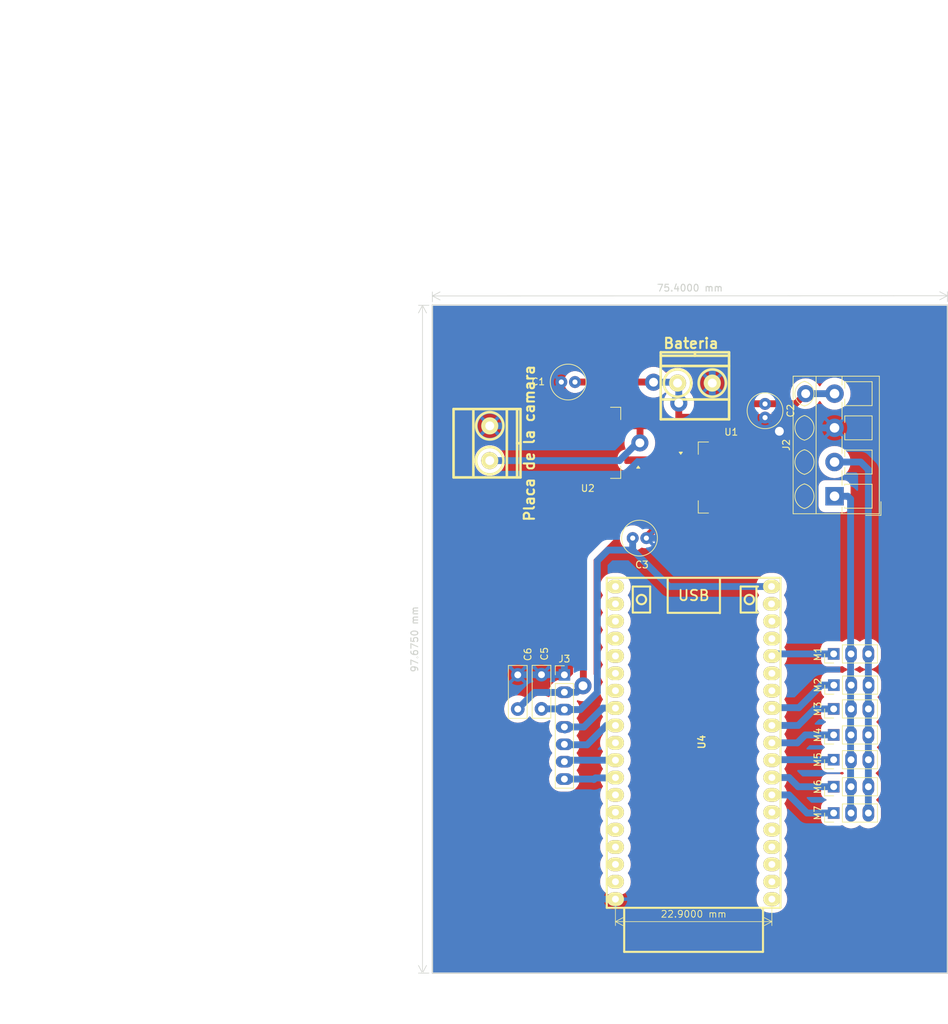
<source format=kicad_pcb>
(kicad_pcb (version 20240108) (generator "pcbnew") (generator_version "8.0")
  (layers (0 "F.Cu" signal) (31 "B.Cu" signal) (34 "B.Paste" user) (35 "F.Paste" user) (36 "B.SilkS" user "B.Silkscreen") (37 "F.SilkS" user "F.Silkscreen") (38 "B.Mask" user) (39 "F.Mask" user) (44 "Edge.Cuts" user))
  (net 0 "")
  (net 1 "+BATT")
  (net 2 "GND")
  (net 3 "+5V")
  (net 4 "+5V(2)")
  (net 5 "GND2")
  (net 6 "+5V(3)")
  (net 7 "/servo1")
  (net 8 "/servo2")
  (net 9 "/servo3")
  (net 10 "/servo4")
  (net 11 "/servo5")
  (net 12 "/servo6")
  (net 13 "/servo7")
  (net 24 "/In4")
  (net 26 "/In2")
  (net 32 "/In3")
  (net 36 "/In1")
  (footprint "footprint:BORNERA2" (layer "F.Cu") (at 125.635 67.45 180)
    (property "Reference" "J1" (hide yes))
    (property "Value" "Bateria " (at 0 5.8 180) (layer "F.SilkS") (effects (font (size 1.5 1.5) (thickness 0.3))))
    (fp_line (start 5 4.5) (end 5 -5.3) (stroke (width 0.381)) (layer "F.SilkS"))
    (fp_line (start 5 -5.3) (end -5 -5.3) (stroke (width 0.381)) (layer "F.SilkS"))
    (fp_line (start 0 4) (end 0 4.5) (stroke (width 0.381)) (layer "F.SilkS"))
    (fp_line (start -5 4.5) (end 5 4.5) (stroke (width 0.381)) (layer "F.SilkS"))
    (fp_line (start -5 4) (end 5 4) (stroke (width 0.381)) (layer "F.SilkS"))
    (fp_line (start -5 2.5) (end 5 2.5) (stroke (width 0.381)) (layer "F.SilkS"))
    (fp_line (start -5 -2.4) (end 5 -2.4) (stroke (width 0.381)) (layer "F.SilkS"))
    (fp_line (start -5 -5.3) (end -5 4.5) (stroke (width 0.381)) (layer "F.SilkS"))
    (fp_circle (center 2.55 0) (end 0.55 0) (stroke (width 0.381)) (fill none) (layer "F.SilkS"))
    (fp_circle (center -2.55 0) (end -0.55 0) (stroke (width 0.381)) (fill none) (layer "F.SilkS"))
    (pad "1" thru_hole circle (at -2.54 0 180) (size 2.5 2.5) (drill 1.3) (layers "*.Cu" "*.Mask" "F.SilkS") (net 2 "GND"))
    (pad "2" thru_hole circle (at 2.54 0 180) (size 2.5 2.5) (drill 1.3) (layers "*.Cu" "*.Mask" "F.SilkS") (net 1 "+BATT"))
  )
  (footprint "Connector_PinHeader_2.54mm:PinHeader_1x03_P2.54mm_Vertical" (layer "F.Cu") (at 145.95 115.11 90)
    (property "Reference" "M3" (at 0 -2.33 90) (layer "F.SilkS"))
    (property "Value" "SG90")
    (fp_line (start -1.33 -1.33) (end 0 -1.33) (stroke (width 0.12)) (layer "F.SilkS"))
    (fp_line (start -1.33 0) (end -1.33 -1.33) (stroke (width 0.12)) (layer "F.SilkS"))
    (fp_line (start 1.33 1.27) (end 1.33 6.41) (stroke (width 0.12)) (layer "F.SilkS"))
    (fp_line (start -1.33 1.27) (end 1.33 1.27) (stroke (width 0.12)) (layer "F.SilkS"))
    (fp_line (start -1.33 1.27) (end -1.33 6.41) (stroke (width 0.12)) (layer "F.SilkS"))
    (fp_line (start -1.33 6.41) (end 1.33 6.41) (stroke (width 0.12)) (layer "F.SilkS"))
    (pad "1" thru_hole rect (at 0 0 90) (size 1.7 1.7) (drill 1) (layers "*.Cu" "*.Mask") (net 9 "/servo3"))
    (pad "2" thru_hole oval (at 0 2.54 90) (size 2.5 1.7) (drill 1) (layers "*.Cu" "*.Mask") (net 6 "+5V(3)"))
    (pad "3" thru_hole oval (at 0 5.08 90) (size 2.5 1.7) (drill 1) (layers "*.Cu" "*.Mask") (net 5 "GND2"))
  )
  (footprint "Package_TO_SOT_SMD:TO-263-2" (layer "F.Cu") (at 130.95 81.265)
    (property "Reference" "U1" (at 0 -6.65 0) (layer "F.SilkS"))
    (property "Value" "LM7805_TO220")
    (fp_line (start -4.825 -5.2) (end -4.825 -3.39) (stroke (width 0.12)) (layer "F.SilkS"))
    (fp_line (start -4.825 5.2) (end -4.825 3.39) (stroke (width 0.12)) (layer "F.SilkS"))
    (fp_line (start -3.325 -5.2) (end -4.825 -5.2) (stroke (width 0.12)) (layer "F.SilkS"))
    (fp_line (start -3.325 5.2) (end -4.825 5.2) (stroke (width 0.12)) (layer "F.SilkS"))
    (fp_poly (pts (xy -7.3875 -3.39) (xy -7.6275 -3.72) (xy -7.1475 -3.72) (xy -7.3875 -3.39)) (stroke (width 0.12)) (fill solid) (layer "F.SilkS"))
    (pad "1" smd roundrect (at -7.65 -2.54) (size 4.6 1.1) (layers "F.Cu" "F.Paste" "F.Mask") (roundrect_rratio 0.227273) (net 1 "+BATT"))
    (pad "2" smd roundrect (at -0.925 -2.775) (size 4.55 5.25) (layers "F.Cu" "F.Paste") (roundrect_rratio 0.054945) (net 2 "GND"))
    (pad "2" smd roundrect (at -0.925 2.775) (size 4.55 5.25) (layers "F.Cu" "F.Paste") (roundrect_rratio 0.054945) (net 2 "GND"))
    (pad "2" smd roundrect (at 1.5 0) (size 9.4 10.8) (layers "F.Cu" "F.Mask") (roundrect_rratio 0.026596) (net 2 "GND"))
    (pad "2" smd roundrect (at 3.925 -2.775) (size 4.55 5.25) (layers "F.Cu" "F.Paste") (roundrect_rratio 0.054945) (net 2 "GND"))
    (pad "2" smd roundrect (at 3.925 2.775) (size 4.55 5.25) (layers "F.Cu" "F.Paste") (roundrect_rratio 0.054945) (net 2 "GND"))
    (pad "3" smd roundrect (at -7.65 2.54) (size 4.6 1.1) (layers "F.Cu" "F.Paste" "F.Mask") (roundrect_rratio 0.227273) (net 3 "+5V"))
  )
  (footprint "EESTN5:ESP32_DEVKITC" (layer "F.Cu") (at 126.7 120.065 90)
    (property "Reference" "U4" (at 0.127 -0.0635 90) (layer "F.SilkS") (effects (font (size 1.016 1.016) (thickness 0.2032))))
    (property "Value" "ESP32-DEVKITC" (hide yes))
    (fp_line (start -24.13 -13.97) (end 24.13 -13.97) (stroke (width 0.3048)) (layer "F.SilkS"))
    (fp_line (start -24.13 -13.97) (end -24.13 11.47) (stroke (width 0.3048)) (layer "F.SilkS"))
    (fp_line (start -30.575 -11.42) (end -24.225 -11.42) (stroke (width 0.3048)) (layer "F.SilkS"))
    (fp_line (start -30.575 -11.42) (end -30.575 8.9) (stroke (width 0.3048)) (layer "F.SilkS"))
    (fp_line (start 22.86 -10.16) (end 19.05 -10.16) (stroke (width 0.3048)) (layer "F.SilkS"))
    (fp_line (start 19.05 -10.16) (end 19.05 -7.62) (stroke (width 0.3048)) (layer "F.SilkS"))
    (fp_line (start 22.86 -7.62) (end 22.86 -10.16) (stroke (width 0.3048)) (layer "F.SilkS"))
    (fp_line (start 19.05 -7.62) (end 22.86 -7.62) (stroke (width 0.3048)) (layer "F.SilkS"))
    (fp_line (start 24.09 -5.05) (end 19.01 -5.05) (stroke (width 0.3048)) (layer "F.SilkS"))
    (fp_line (start 19.01 -5.05) (end 19.01 2.57) (stroke (width 0.3048)) (layer "F.SilkS"))
    (fp_line (start 18.96 2.6) (end 24.04 2.6) (stroke (width 0.3048)) (layer "F.SilkS"))
    (fp_line (start 22.86 5.63) (end 22.86 8.17) (stroke (width 0.3048)) (layer "F.SilkS"))
    (fp_line (start 19.05 5.63) (end 22.86 5.63) (stroke (width 0.3048)) (layer "F.SilkS"))
    (fp_line (start 22.86 7.94) (end 19.05 7.94) (stroke (width 0.3048)) (layer "F.SilkS"))
    (fp_line (start 19.05 8.17) (end 19.05 5.63) (stroke (width 0.3048)) (layer "F.SilkS"))
    (fp_line (start -30.575 8.9) (end -24.225 8.9) (stroke (width 0.3048)) (layer "F.SilkS"))
    (fp_line (start 24.13 11.47) (end 24.13 -13.97) (stroke (width 0.3048)) (layer "F.SilkS"))
    (fp_line (start 24.13 11.47) (end -24.13 11.47) (stroke (width 0.3048)) (layer "F.SilkS"))
    (fp_circle (center 20.955 -8.89) (end 21.5265 -8.509) (stroke (width 0.3048)) (fill none) (layer "F.SilkS"))
    (fp_circle (center 20.955 6.9) (end 21.5265 7.281) (stroke (width 0.3048)) (fill none) (layer "F.SilkS"))
    (fp_text user "USB" (at 21.55 -1.24 180) (layer "F.SilkS") (effects (font (size 1.524 1.524) (thickness 0.254))))
    (dimension (type aligned) (layer "F.SilkS") (pts (xy 114 142.925) (xy 136.9 142.925)) (height 3.29) (gr_text "22,9000 mm" (at 125.45 145.115 0) (layer "F.SilkS") (effects (font (size 1 1) (thickness 0.1)))) (format (prefix "") (suffix "") (units 3) (units_format 1) (precision 4)) (style (thickness 0.1) (arrow_length 1.27) (text_position_mode 0) (extension_height 0.58642) (extension_offset 0.5) keep_text_aligned))
    (pad "1" thru_hole oval (at -22.86 10.2 270) (size 2 2.5) (drill 1) (layers "*.Cu" "*.Mask" "F.SilkS"))
    (pad "2" thru_hole oval (at -20.32 10.2 270) (size 2 2.5) (drill 1) (layers "*.Cu" "*.Mask" "F.SilkS"))
    (pad "3" thru_hole oval (at -17.78 10.2 270) (size 2 2.5) (drill 1) (layers "*.Cu" "*.Mask" "F.SilkS"))
    (pad "4" thru_hole oval (at -15.24 10.2 270) (size 2 2.5) (drill 1) (layers "*.Cu" "*.Mask" "F.SilkS"))
    (pad "5" thru_hole oval (at -12.7 10.2 270) (size 2 2.5) (drill 1) (layers "*.Cu" "*.Mask" "F.SilkS"))
    (pad "6" thru_hole oval (at -10.16 10.2 270) (size 2 2.5) (drill 1) (layers "*.Cu" "*.Mask" "F.SilkS"))
    (pad "7" thru_hole oval (at -7.62 10.2 270) (size 2 2.5) (drill 1) (layers "*.Cu" "*.Mask" "F.SilkS") (net 13 "/servo7"))
    (pad "8" thru_hole oval (at -5.08 10.2 270) (size 2 2.5) (drill 1) (layers "*.Cu" "*.Mask" "F.SilkS") (net 12 "/servo6"))
    (pad "9" thru_hole oval (at -2.54 10.2 270) (size 2 2.5) (drill 1) (layers "*.Cu" "*.Mask" "F.SilkS") (net 11 "/servo5"))
    (pad "10" thru_hole oval (at 0 10.2 270) (size 2 2.5) (drill 1) (layers "*.Cu" "*.Mask" "F.SilkS") (net 10 "/servo4"))
    (pad "11" thru_hole oval (at 2.54 10.2 270) (size 2 2.5) (drill 1) (layers "*.Cu" "*.Mask" "F.SilkS") (net 9 "/servo3"))
    (pad "12" thru_hole oval (at 5.08 10.2 270) (size 2 2.5) (drill 1) (layers "*.Cu" "*.Mask" "F.SilkS") (net 8 "/servo2"))
    (pad "13" thru_hole oval (at 7.62 10.2 270) (size 2 2.5) (drill 1) (layers "*.Cu" "*.Mask" "F.SilkS"))
    (pad "14" thru_hole oval (at 10.16 10.2 270) (size 2 2.5) (drill 1) (layers "*.Cu" "*.Mask" "F.SilkS"))
    (pad "15" thru_hole oval (at 12.7 10.2 270) (size 2 2.5) (drill 1) (layers "*.Cu" "*.Mask" "F.SilkS") (net 7 "/servo1"))
    (pad "16" thru_hole oval (at 15.24 10.2 270) (size 2 2.5) (drill 1) (layers "*.Cu" "*.Mask" "F.SilkS"))
    (pad "17" thru_hole oval (at 17.78 10.2 270) (size 2 2.5) (drill 1) (layers "*.Cu" "*.Mask" "F.SilkS"))
    (pad "18" thru_hole oval (at 20.32 10.15 270) (size 2 2.5) (drill 1) (layers "*.Cu" "*.Mask" "F.SilkS"))
    (pad "19" thru_hole oval (at 22.86 10.15 270) (size 2 2.5) (drill 1) (layers "*.Cu" "*.Mask" "F.SilkS") (net 3 "+5V"))
    (pad "20" thru_hole oval (at 22.86 -12.7 270) (size 2 2.5) (drill 1) (layers "*.Cu" "*.Mask" "F.SilkS"))
    (pad "21" thru_hole oval (at 20.32 -12.7 270) (size 2 2.5) (drill 1) (layers "*.Cu" "*.Mask" "F.SilkS"))
    (pad "22" thru_hole oval (at 17.78 -12.7 270) (size 2 2.5) (drill 1) (layers "*.Cu" "*.Mask" "F.SilkS"))
    (pad "23" thru_hole oval (at 15.24 -12.7 270) (size 2 2.5) (drill 1) (layers "*.Cu" "*.Mask" "F.SilkS"))
    (pad "24" thru_hole oval (at 12.7 -12.7 270) (size 2 2.5) (drill 1) (layers "*.Cu" "*.Mask" "F.SilkS"))
    (pad "25" thru_hole oval (at 10.16 -12.7 270) (size 2 2.5) (drill 1) (layers "*.Cu" "*.Mask" "F.SilkS"))
    (pad "26" thru_hole oval (at 7.62 -12.7 270) (size 2 2.5) (drill 1) (layers "*.Cu" "*.Mask" "F.SilkS"))
    (pad "27" thru_hole oval (at 5.08 -12.7 270) (size 2 2.5) (drill 1) (layers "*.Cu" "*.Mask" "F.SilkS") (net 24 "/In4"))
    (pad "28" thru_hole oval (at 2.54 -12.7 270) (size 2 2.5) (drill 1) (layers "*.Cu" "*.Mask" "F.SilkS") (net 32 "/In3"))
    (pad "29" thru_hole oval (at 0 -12.7 270) (size 2 2.5) (drill 1) (layers "*.Cu" "*.Mask" "F.SilkS"))
    (pad "30" thru_hole oval (at -2.54 -12.7 270) (size 2 2.5) (drill 1) (layers "*.Cu" "*.Mask" "F.SilkS") (net 26 "/In2"))
    (pad "31" thru_hole oval (at -5.08 -12.7 270) (size 2 2.5) (drill 1) (layers "*.Cu" "*.Mask" "F.SilkS") (net 36 "/In1"))
    (pad "32" thru_hole oval (at -7.62 -12.7 270) (size 2 2.5) (drill 1) (layers "*.Cu" "*.Mask" "F.SilkS"))
    (pad "33" thru_hole oval (at -10.16 -12.7 270) (size 2 2.5) (drill 1) (layers "*.Cu" "*.Mask" "F.SilkS"))
    (pad "34" thru_hole oval (at -12.7 -12.7 270) (size 2 2.5) (drill 1) (layers "*.Cu" "*.Mask" "F.SilkS"))
    (pad "35" thru_hole oval (at -15.24 -12.7 270) (size 2 2.5) (drill 1) (layers "*.Cu" "*.Mask" "F.SilkS"))
    (pad "36" thru_hole oval (at -17.78 -12.7 270) (size 2 2.5) (drill 1) (layers "*.Cu" "*.Mask" "F.SilkS"))
    (pad "37" thru_hole oval (at -20.32 -12.7 270) (size 2 2.5) (drill 1) (layers "*.Cu" "*.Mask" "F.SilkS"))
    (pad "38" thru_hole oval (at -22.86 -12.7 270) (size 2 2.5) (drill 1) (layers "*.Cu" "*.Mask" "F.SilkS") (net 2 "GND"))
  )
  (footprint "Connector_PinHeader_2.54mm:PinHeader_1x03_P2.54mm_Vertical" (layer "F.Cu") (at 145.95 107.06 90)
    (property "Reference" "M1" (at 0 -2.33 90) (layer "F.SilkS"))
    (property "Value" "SG90")
    (fp_line (start -1.33 -1.33) (end 0 -1.33) (stroke (width 0.12)) (layer "F.SilkS"))
    (fp_line (start -1.33 0) (end -1.33 -1.33) (stroke (width 0.12)) (layer "F.SilkS"))
    (fp_line (start 1.33 1.27) (end 1.33 6.41) (stroke (width 0.12)) (layer "F.SilkS"))
    (fp_line (start -1.33 1.27) (end 1.33 1.27) (stroke (width 0.12)) (layer "F.SilkS"))
    (fp_line (start -1.33 1.27) (end -1.33 6.41) (stroke (width 0.12)) (layer "F.SilkS"))
    (fp_line (start -1.33 6.41) (end 1.33 6.41) (stroke (width 0.12)) (layer "F.SilkS"))
    (pad "1" thru_hole rect (at 0 0 90) (size 1.7 1.7) (drill 1) (layers "*.Cu" "*.Mask") (net 7 "/servo1"))
    (pad "2" thru_hole oval (at 0 2.54 90) (size 2.5 1.7) (drill 1) (layers "*.Cu" "*.Mask") (net 6 "+5V(3)"))
    (pad "3" thru_hole oval (at 0 5.08 90) (size 2.5 1.7) (drill 1) (layers "*.Cu" "*.Mask") (net 5 "GND2"))
  )
  (footprint "Connector_PinHeader_2.54mm:PinHeader_1x03_P2.54mm_Vertical" (layer "F.Cu") (at 145.95 130.335 90)
    (property "Reference" "M7" (at 0 -2.33 90) (layer "F.SilkS"))
    (property "Value" "SG90")
    (fp_line (start -1.33 -1.33) (end 0 -1.33) (stroke (width 0.12)) (layer "F.SilkS"))
    (fp_line (start -1.33 0) (end -1.33 -1.33) (stroke (width 0.12)) (layer "F.SilkS"))
    (fp_line (start 1.33 1.27) (end 1.33 6.41) (stroke (width 0.12)) (layer "F.SilkS"))
    (fp_line (start -1.33 1.27) (end 1.33 1.27) (stroke (width 0.12)) (layer "F.SilkS"))
    (fp_line (start -1.33 1.27) (end -1.33 6.41) (stroke (width 0.12)) (layer "F.SilkS"))
    (fp_line (start -1.33 6.41) (end 1.33 6.41) (stroke (width 0.12)) (layer "F.SilkS"))
    (pad "1" thru_hole rect (at 0 0 90) (size 1.7 1.7) (drill 1) (layers "*.Cu" "*.Mask") (net 13 "/servo7"))
    (pad "2" thru_hole oval (at 0 2.54 90) (size 2.5 1.7) (drill 1) (layers "*.Cu" "*.Mask") (net 6 "+5V(3)"))
    (pad "3" thru_hole oval (at 0 5.08 90) (size 2.5 1.7) (drill 1) (layers "*.Cu" "*.Mask") (net 5 "GND2"))
  )
  (footprint "TerminalBlock_MetzConnect:TerminalBlock_MetzConnect_Type205_RT04504UBLC_1x04_P5.00mm_45Degree" (layer "F.Cu") (at 146.075 84 90)
    (property "Reference" "J2" (at 7.5 -7.06 -90) (layer "F.SilkS"))
    (property "Value" "stepdown lm2596")
    (fp_line (start 17.561 -6.06) (end 17.561 6.56) (stroke (width 0.12)) (layer "F.SilkS"))
    (fp_line (start -2.56 -6.06) (end 17.561 -6.06) (stroke (width 0.12)) (layer "F.SilkS"))
    (fp_line (start -2.56 -6.06) (end -2.56 6.56) (stroke (width 0.12)) (layer "F.SilkS"))
    (fp_line (start -2.56 -2.7) (end 17.561 -2.7) (stroke (width 0.12)) (layer "F.SilkS"))
    (fp_line (start 16.257 1.1) (end 17.561 1.1) (stroke (width 0.12)) (layer "F.SilkS"))
    (fp_line (start 11.257 1.1) (end 13.744 1.1) (stroke (width 0.12)) (layer "F.SilkS"))
    (fp_line (start 6.257 1.1) (end 8.744 1.1) (stroke (width 0.12)) (layer "F.SilkS"))
    (fp_line (start 1.59 1.1) (end 3.744 1.1) (stroke (width 0.12)) (layer "F.SilkS"))
    (fp_line (start -2.56 1.1) (end -1.59 1.1) (stroke (width 0.12)) (layer "F.SilkS"))
    (fp_line (start 16.75 1.5) (end 16.75 5.5) (stroke (width 0.12)) (layer "F.SilkS"))
    (fp_line (start 15.785 1.5) (end 16.75 1.5) (stroke (width 0.12)) (layer "F.SilkS"))
    (fp_line (start 13.25 1.5) (end 14.216 1.5) (stroke (width 0.12)) (layer "F.SilkS"))
    (fp_line (start 13.25 1.5) (end 13.25 5.5) (stroke (width 0.12)) (layer "F.SilkS"))
    (fp_line (start 11.75 1.5) (end 11.75 5.5) (stroke (width 0.12)) (layer "F.SilkS"))
    (fp_line (start 10.785 1.5) (end 11.75 1.5) (stroke (width 0.12)) (layer "F.SilkS"))
    (fp_line (start 8.25 1.5) (end 9.216 1.5) (stroke (width 0.12)) (layer "F.SilkS"))
    (fp_line (start 8.25 1.5) (end 8.25 5.5) (stroke (width 0.12)) (layer "F.SilkS"))
    (fp_line (start 6.75 1.5) (end 6.75 5.5) (stroke (width 0.12)) (layer "F.SilkS"))
    (fp_line (start 5.785 1.5) (end 6.75 1.5) (stroke (width 0.12)) (layer "F.SilkS"))
    (fp_line (start 3.25 1.5) (end 4.216 1.5) (stroke (width 0.12)) (layer "F.SilkS"))
    (fp_line (start 3.25 1.5) (end 3.25 5.5) (stroke (width 0.12)) (layer "F.SilkS"))
    (fp_line (start 1.75 1.5) (end 1.75 5.5) (stroke (width 0.12)) (layer "F.SilkS"))
    (fp_line (start 1.59 1.5) (end 1.75 1.5) (stroke (width 0.12)) (layer "F.SilkS"))
    (fp_line (start -1.75 1.5) (end -1.59 1.5) (stroke (width 0.12)) (layer "F.SilkS"))
    (fp_line (start -1.75 1.5) (end -1.75 5.5) (stroke (width 0.12)) (layer "F.SilkS"))
    (fp_line (start -2.8 4.56) (end -2.8 6.8) (stroke (width 0.12)) (layer "F.SilkS"))
    (fp_line (start 13.25 5.5) (end 16.75 5.5) (stroke (width 0.12)) (layer "F.SilkS"))
    (fp_line (start 8.25 5.5) (end 11.75 5.5) (stroke (width 0.12)) (layer "F.SilkS"))
    (fp_line (start 3.25 5.5) (end 6.75 5.5) (stroke (width 0.12)) (layer "F.SilkS"))
    (fp_line (start -1.75 5.5) (end 1.75 5.5) (stroke (width 0.12)) (layer "F.SilkS"))
    (fp_line (start -2.56 6.56) (end 17.561 6.56) (stroke (width 0.12)) (layer "F.SilkS"))
    (fp_line (start -2.8 6.8) (end -0.8 6.8) (stroke (width 0.12)) (layer "F.SilkS"))
    (fp_arc (start 13.199154 -4.400605) (mid 15.000312 -5.801077) (end 16.801 -4.4) (stroke (width 0.12)) (layer "F.SilkS"))
    (fp_arc (start 8.199154 -4.400605) (mid 10.000312 -5.801077) (end 11.801 -4.4) (stroke (width 0.12)) (layer "F.SilkS"))
    (fp_arc (start 3.199154 -4.400605) (mid 5.000312 -5.801077) (end 6.801 -4.4) (stroke (width 0.12)) (layer "F.SilkS"))
    (fp_arc (start -1.800846 -4.400605) (mid 0.000312 -5.801077) (end 1.801 -4.4) (stroke (width 0.12)) (layer "F.SilkS"))
    (fp_arc (start 16.8 -4.4) (mid 14.999097 -3.000646) (end 13.199555 -4.401751) (stroke (width 0.12)) (layer "F.SilkS"))
    (fp_arc (start 11.8 -4.4) (mid 9.999097 -3.000646) (end 8.199555 -4.401751) (stroke (width 0.12)) (layer "F.SilkS"))
    (fp_arc (start 6.8 -4.4) (mid 4.999097 -3.000646) (end 3.199555 -4.401751) (stroke (width 0.12)) (layer "F.SilkS"))
    (fp_arc (start 1.8 -4.4) (mid -0.000903 -3.000646) (end -1.800445 -4.401751) (stroke (width 0.12)) (layer "F.SilkS"))
    (pad "1" thru_hole rect (at 0 0 90) (size 2.7 2.7) (drill 1.4) (layers "*.Cu" "*.Mask") (net 6 "+5V(3)"))
    (pad "2" thru_hole circle (at 5 0 90) (size 2.7 2.7) (drill 1.4) (layers "*.Cu" "*.Mask") (net 5 "GND2"))
    (pad "3" thru_hole circle (at 10 0 90) (size 2.7 2.7) (drill 1.4) (layers "*.Cu" "*.Mask") (net 2 "GND"))
    (pad "4" thru_hole circle (at 15 0 90) (size 2.7 2.7) (drill 1.4) (layers "*.Cu" "*.Mask") (net 1 "+BATT"))
  )
  (footprint "Connector_PinHeader_2.54mm:PinHeader_1x03_P2.54mm_Vertical" (layer "F.Cu") (at 145.95 126.485 90)
    (property "Reference" "M6" (at 0 -2.33 90) (layer "F.SilkS"))
    (property "Value" "SG90")
    (fp_line (start -1.33 -1.33) (end 0 -1.33) (stroke (width 0.12)) (layer "F.SilkS"))
    (fp_line (start -1.33 0) (end -1.33 -1.33) (stroke (width 0.12)) (layer "F.SilkS"))
    (fp_line (start 1.33 1.27) (end 1.33 6.41) (stroke (width 0.12)) (layer "F.SilkS"))
    (fp_line (start -1.33 1.27) (end 1.33 1.27) (stroke (width 0.12)) (layer "F.SilkS"))
    (fp_line (start -1.33 1.27) (end -1.33 6.41) (stroke (width 0.12)) (layer "F.SilkS"))
    (fp_line (start -1.33 6.41) (end 1.33 6.41) (stroke (width 0.12)) (layer "F.SilkS"))
    (pad "1" thru_hole rect (at 0 0 90) (size 1.7 1.7) (drill 1) (layers "*.Cu" "*.Mask") (net 12 "/servo6"))
    (pad "2" thru_hole oval (at 0 2.54 90) (size 2.5 1.7) (drill 1) (layers "*.Cu" "*.Mask") (net 6 "+5V(3)"))
    (pad "3" thru_hole oval (at 0 5.08 90) (size 2.5 1.7) (drill 1) (layers "*.Cu" "*.Mask") (net 5 "GND2"))
  )
  (footprint "footprint:BORNERA2" (layer "F.Cu") (at 95.6 76.25 90)
    (property "Reference" "J6" (hide yes))
    (property "Value" "Placa de la camara" (at 0 5.8 -90) (layer "F.SilkS") (effects (font (size 1.5 1.5) (thickness 0.3))))
    (fp_line (start 5 -5.3) (end -5 -5.3) (stroke (width 0.381)) (layer "F.SilkS"))
    (fp_line (start -5 -5.3) (end -5 4.5) (stroke (width 0.381)) (layer "F.SilkS"))
    (fp_line (start -5 -2.4) (end 5 -2.4) (stroke (width 0.381)) (layer "F.SilkS"))
    (fp_line (start -5 2.5) (end 5 2.5) (stroke (width 0.381)) (layer "F.SilkS"))
    (fp_line (start 0 4) (end 0 4.5) (stroke (width 0.381)) (layer "F.SilkS"))
    (fp_line (start -5 4) (end 5 4) (stroke (width 0.381)) (layer "F.SilkS"))
    (fp_line (start 5 4.5) (end 5 -5.3) (stroke (width 0.381)) (layer "F.SilkS"))
    (fp_line (start -5 4.5) (end 5 4.5) (stroke (width 0.381)) (layer "F.SilkS"))
    (fp_circle (center 2.55 0) (end 0.55 0) (stroke (width 0.381)) (fill none) (layer "F.SilkS"))
    (fp_circle (center -2.55 0) (end -0.55 0) (stroke (width 0.381)) (fill none) (layer "F.SilkS"))
    (pad "1" thru_hole circle (at -2.54 0 90) (size 2.5 2.5) (drill 1.3) (layers "*.Cu" "*.Mask" "F.SilkS") (net 4 "+5V(2)"))
    (pad "2" thru_hole circle (at 2.54 0 90) (size 2.5 2.5) (drill 1.3) (layers "*.Cu" "*.Mask" "F.SilkS") (net 2 "GND"))
  )
  (footprint "Connector_PinHeader_2.54mm:PinHeader_1x03_P2.54mm_Vertical" (layer "F.Cu") (at 145.95 118.91 90)
    (property "Reference" "M4" (at 0 -2.33 90) (layer "F.SilkS"))
    (property "Value" "SG90")
    (fp_line (start -1.33 -1.33) (end 0 -1.33) (stroke (width 0.12)) (layer "F.SilkS"))
    (fp_line (start -1.33 0) (end -1.33 -1.33) (stroke (width 0.12)) (layer "F.SilkS"))
    (fp_line (start 1.33 1.27) (end 1.33 6.41) (stroke (width 0.12)) (layer "F.SilkS"))
    (fp_line (start -1.33 1.27) (end 1.33 1.27) (stroke (width 0.12)) (layer "F.SilkS"))
    (fp_line (start -1.33 1.27) (end -1.33 6.41) (stroke (width 0.12)) (layer "F.SilkS"))
    (fp_line (start -1.33 6.41) (end 1.33 6.41) (stroke (width 0.12)) (layer "F.SilkS"))
    (pad "1" thru_hole rect (at 0 0 90) (size 1.7 1.7) (drill 1) (layers "*.Cu" "*.Mask") (net 10 "/servo4"))
    (pad "2" thru_hole oval (at 0 2.54 90) (size 2.5 1.7) (drill 1) (layers "*.Cu" "*.Mask") (net 6 "+5V(3)"))
    (pad "3" thru_hole oval (at 0 5.08 90) (size 2.5 1.7) (drill 1) (layers "*.Cu" "*.Mask") (net 5 "GND2"))
  )
  (footprint "Capacitor_THT:C_Radial_D5.0mm_H5.0mm_P2.00mm" (layer "F.Cu") (at 118.525 90.125 180)
    (property "Reference" "C3" (at 0.65 -3.9 180) (layer "F.SilkS"))
    (property "Value" "10u")
    (fp_circle (center 1 0) (end 3.62 0) (stroke (width 0.12)) (fill none) (layer "F.SilkS"))
    (pad "1" thru_hole circle (at 0 0 180) (size 1.75 1.75) (drill 0.75) (layers "*.Cu" "*.Mask") (net 2 "GND"))
    (pad "2" thru_hole circle (at 2 0 180) (size 1.75 1.75) (drill 0.75) (layers "*.Cu" "*.Mask") (net 3 "+5V"))
  )
  (footprint "Capacitor_THT:C_Disc_D7.5mm_W2.5mm_P5.00mm" (layer "F.Cu") (at 103.175 110.1 -90)
    (property "Reference" "C5" (at -3.05 -0.425 90) (layer "F.SilkS"))
    (property "Value" "100n")
    (fp_line (start -1.37 1.37) (end 6.37 1.37) (stroke (width 0.12)) (layer "F.SilkS"))
    (fp_line (start -1.37 -1.37) (end -1.37 1.37) (stroke (width 0.12)) (layer "F.SilkS"))
    (fp_line (start -1.37 -1.37) (end 6.37 -1.37) (stroke (width 0.12)) (layer "F.SilkS"))
    (fp_line (start 6.37 -1.37) (end 6.37 1.37) (stroke (width 0.12)) (layer "F.SilkS"))
    (pad "1" thru_hole circle (at 0 0 270) (size 2 2) (drill 1) (layers "*.Cu" "*.Mask") (net 2 "GND"))
    (pad "2" thru_hole circle (at 5 0 270) (size 2 2) (drill 1) (layers "*.Cu" "*.Mask") (net 3 "+5V"))
  )
  (footprint "Package_TO_SOT_SMD:TO-263-2" (layer "F.Cu") (at 109.95 76.19 180)
    (property "Reference" "U2" (at 0 -6.65 180) (layer "F.SilkS"))
    (property "Value" "LM7805_TO220")
    (fp_line (start -3.325 5.2) (end -4.825 5.2) (stroke (width 0.12)) (layer "F.SilkS"))
    (fp_line (start -3.325 -5.2) (end -4.825 -5.2) (stroke (width 0.12)) (layer "F.SilkS"))
    (fp_line (start -4.825 5.2) (end -4.825 3.39) (stroke (width 0.12)) (layer "F.SilkS"))
    (fp_line (start -4.825 -5.2) (end -4.825 -3.39) (stroke (width 0.12)) (layer "F.SilkS"))
    (fp_poly (pts (xy -7.3875 -3.39) (xy -7.6275 -3.72) (xy -7.1475 -3.72) (xy -7.3875 -3.39)) (stroke (width 0.12)) (fill solid) (layer "F.SilkS"))
    (pad "1" smd roundrect (at -7.65 -2.54 180) (size 4.6 1.1) (layers "F.Cu" "F.Paste" "F.Mask") (roundrect_rratio 0.227273) (net 1 "+BATT"))
    (pad "2" smd roundrect (at -0.925 -2.775 180) (size 4.55 5.25) (layers "F.Cu" "F.Paste") (roundrect_rratio 0.054945) (net 2 "GND"))
    (pad "2" smd roundrect (at -0.925 2.775 180) (size 4.55 5.25) (layers "F.Cu" "F.Paste") (roundrect_rratio 0.054945) (net 2 "GND"))
    (pad "2" smd roundrect (at 1.5 0 180) (size 9.4 10.8) (layers "F.Cu" "F.Mask") (roundrect_rratio 0.026596) (net 2 "GND"))
    (pad "2" smd roundrect (at 3.925 -2.775 180) (size 4.55 5.25) (layers "F.Cu" "F.Paste") (roundrect_rratio 0.054945) (net 2 "GND"))
    (pad "2" smd roundrect (at 3.925 2.775 180) (size 4.55 5.25) (layers "F.Cu" "F.Paste") (roundrect_rratio 0.054945) (net 2 "GND"))
    (pad "3" smd roundrect (at -7.65 2.54 180) (size 4.6 1.1) (layers "F.Cu" "F.Paste" "F.Mask") (roundrect_rratio 0.227273) (net 4 "+5V(2)"))
  )
  (footprint "Capacitor_THT:C_Radial_D5.0mm_H5.0mm_P2.00mm" (layer "F.Cu") (at 108.075 67.3 180)
    (property "Reference" "C1" (at 5.375 0.05 180) (layer "F.SilkS"))
    (property "Value" "47u")
    (fp_circle (center 1 0) (end 3.62 0) (stroke (width 0.12)) (fill none) (layer "F.SilkS"))
    (pad "1" thru_hole circle (at 0 0 180) (size 1.75 1.75) (drill 0.75) (layers "*.Cu" "*.Mask") (net 1 "+BATT"))
    (pad "2" thru_hole circle (at 2 0 180) (size 1.75 1.75) (drill 0.75) (layers "*.Cu" "*.Mask") (net 2 "GND"))
  )
  (footprint "Connector_PinHeader_2.54mm:PinHeader_1x07_P2.54mm_Vertical" (layer "F.Cu") (at 106.525 110.125)
    (property "Reference" "J3" (at 0 -2.33 0) (layer "F.SilkS"))
    (property "Value" "Puente h ")
    (fp_line (start -1.33 -1.33) (end 0 -1.33) (stroke (width 0.12)) (layer "F.SilkS"))
    (fp_line (start -1.33 0) (end -1.33 -1.33) (stroke (width 0.12)) (layer "F.SilkS"))
    (fp_line (start -1.33 1.27) (end -1.33 16.57) (stroke (width 0.12)) (layer "F.SilkS"))
    (fp_line (start -1.33 1.27) (end 1.33 1.27) (stroke (width 0.12)) (layer "F.SilkS"))
    (fp_line (start -1.33 16.57) (end 1.33 16.57) (stroke (width 0.12)) (layer "F.SilkS"))
    (fp_line (start 1.33 1.27) (end 1.33 16.57) (stroke (width 0.12)) (layer "F.SilkS"))
    (pad "1" thru_hole rect (at 0 0) (size 1.7 1.7) (drill 1) (layers "*.Cu" "*.Mask") (net 2 "GND"))
    (pad "2" thru_hole oval (at 0 2.54) (size 2.5 1.7) (drill 1) (layers "*.Cu" "*.Mask") (net 1 "+BATT"))
    (pad "3" thru_hole oval (at 0 5.08) (size 2.5 1.7) (drill 1) (layers "*.Cu" "*.Mask") (net 3 "+5V"))
    (pad "4" thru_hole oval (at 0 7.62) (size 2.5 1.7) (drill 1) (layers "*.Cu" "*.Mask") (net 24 "/In4"))
    (pad "5" thru_hole oval (at 0 10.16) (size 2.5 1.7) (drill 1) (layers "*.Cu" "*.Mask") (net 32 "/In3"))
    (pad "6" thru_hole oval (at 0 12.7) (size 2.5 1.7) (drill 1) (layers "*.Cu" "*.Mask") (net 26 "/In2"))
    (pad "7" thru_hole oval (at 0 15.24) (size 2.5 1.7) (drill 1) (layers "*.Cu" "*.Mask") (net 36 "/In1"))
  )
  (footprint "Capacitor_THT:C_Radial_D5.0mm_H5.0mm_P2.00mm" (layer "F.Cu") (at 135.9 70.5 -90)
    (property "Reference" "C2" (at 1 -3.75 90) (layer "F.SilkS"))
    (property "Value" "47u")
    (fp_circle (center 1 0) (end 3.62 0) (stroke (width 0.12)) (fill none) (layer "F.SilkS"))
    (pad "1" thru_hole circle (at 0 0 270) (size 1.75 1.75) (drill 0.75) (layers "*.Cu" "*.Mask") (net 1 "+BATT"))
    (pad "2" thru_hole circle (at 2 0 270) (size 1.75 1.75) (drill 0.75) (layers "*.Cu" "*.Mask") (net 2 "GND"))
  )
  (footprint "Connector_PinHeader_2.54mm:PinHeader_1x03_P2.54mm_Vertical" (layer "F.Cu") (at 145.975 111.625 90)
    (property "Reference" "M2" (at 0 -2.33 90) (layer "F.SilkS"))
    (property "Value" "SG90")
    (fp_line (start -1.33 -1.33) (end 0 -1.33) (stroke (width 0.12)) (layer "F.SilkS"))
    (fp_line (start -1.33 0) (end -1.33 -1.33) (stroke (width 0.12)) (layer "F.SilkS"))
    (fp_line (start 1.33 1.27) (end 1.33 6.41) (stroke (width 0.12)) (layer "F.SilkS"))
    (fp_line (start -1.33 1.27) (end 1.33 1.27) (stroke (width 0.12)) (layer "F.SilkS"))
    (fp_line (start -1.33 1.27) (end -1.33 6.41) (stroke (width 0.12)) (layer "F.SilkS"))
    (fp_line (start -1.33 6.41) (end 1.33 6.41) (stroke (width 0.12)) (layer "F.SilkS"))
    (pad "1" thru_hole rect (at 0 0 90) (size 1.7 1.7) (drill 1) (layers "*.Cu" "*.Mask") (net 8 "/servo2"))
    (pad "2" thru_hole oval (at 0 2.54 90) (size 2.5 1.7) (drill 1) (layers "*.Cu" "*.Mask") (net 6 "+5V(3)"))
    (pad "3" thru_hole oval (at 0 5.08 90) (size 2.5 1.7) (drill 1) (layers "*.Cu" "*.Mask") (net 5 "GND2"))
  )
  (footprint "Connector_PinHeader_2.54mm:PinHeader_1x03_P2.54mm_Vertical" (layer "F.Cu") (at 145.95 122.535 90)
    (property "Reference" "M5" (at 0 -2.33 90) (layer "F.SilkS"))
    (property "Value" "SG90")
    (fp_line (start -1.33 -1.33) (end 0 -1.33) (stroke (width 0.12)) (layer "F.SilkS"))
    (fp_line (start -1.33 0) (end -1.33 -1.33) (stroke (width 0.12)) (layer "F.SilkS"))
    (fp_line (start 1.33 1.27) (end 1.33 6.41) (stroke (width 0.12)) (layer "F.SilkS"))
    (fp_line (start -1.33 1.27) (end 1.33 1.27) (stroke (width 0.12)) (layer "F.SilkS"))
    (fp_line (start -1.33 1.27) (end -1.33 6.41) (stroke (width 0.12)) (layer "F.SilkS"))
    (fp_line (start -1.33 6.41) (end 1.33 6.41) (stroke (width 0.12)) (layer "F.SilkS"))
    (pad "1" thru_hole rect (at 0 0 90) (size 1.7 1.7) (drill 1) (layers "*.Cu" "*.Mask") (net 11 "/servo5"))
    (pad "2" thru_hole oval (at 0 2.54 90) (size 2.5 1.7) (drill 1) (layers "*.Cu" "*.Mask") (net 6 "+5V(3)"))
    (pad "3" thru_hole oval (at 0 5.08 90) (size 2.5 1.7) (drill 1) (layers "*.Cu" "*.Mask") (net 5 "GND2"))
  )
  (footprint "Capacitor_THT:C_Disc_D7.5mm_W2.5mm_P5.00mm" (layer "F.Cu") (at 99.7 110.125 -90)
    (property "Reference" "C6" (at -3 -1.475 90) (layer "F.SilkS"))
    (property "Value" "100n")
    (fp_line (start -1.37 1.37) (end 6.37 1.37) (stroke (width 0.12)) (layer "F.SilkS"))
    (fp_line (start -1.37 -1.37) (end -1.37 1.37) (stroke (width 0.12)) (layer "F.SilkS"))
    (fp_line (start -1.37 -1.37) (end 6.37 -1.37) (stroke (width 0.12)) (layer "F.SilkS"))
    (fp_line (start 6.37 -1.37) (end 6.37 1.37) (stroke (width 0.12)) (layer "F.SilkS"))
    (pad "1" thru_hole circle (at 0 0 270) (size 2 2) (drill 1) (layers "*.Cu" "*.Mask") (net 2 "GND"))
    (pad "2" thru_hole circle (at 5 0 270) (size 2 2) (drill 1) (layers "*.Cu" "*.Mask") (net 1 "+BATT"))
  )
  (gr_rect (start 87.2 56.05) (end 162.6 153.75) (stroke (width 0.2)) (fill none) (layer "Edge.Cuts"))
  (dimension (type aligned) (layer "Edge.Cuts") (pts (xy 162.6 56.05) (xy 87.2 56.075)) (height 1.368055) (gr_text "75,4000 mm" (at 124.899165 53.544445 0.01899727368) (layer "Edge.Cuts") (effects (font (size 1 1) (thickness 0.15)))) (format (prefix "") (suffix "") (units 3) (units_format 1) (precision 4)) (style (thickness 0.1) (arrow_length 1.27) (text_position_mode 0) (extension_height 0.58642) (extension_offset 0.5) keep_text_aligned))
  (dimension (type aligned) (layer "Edge.Cuts") (pts (xy 87.2 153.75) (xy 87.2 56.075)) (height -1.45) (gr_text "97,6750 mm" (at 84.6 104.9125 90) (layer "Edge.Cuts") (effects (font (size 1 1) (thickness 0.15)))) (format (prefix "") (suffix "") (units 3) (units_format 1) (precision 4)) (style (thickness 0.1) (arrow_length 1.27) (text_position_mode 0) (extension_height 0.58642) (extension_offset 0.5) keep_text_aligned))
  (segment (start 133.225 70.475) (end 134.875 70.475) (width 1) (layer "F.Cu") (net 1))
  (segment (start 123.275 70.375) (end 123.275 72.45) (width 1) (layer "F.Cu") (net 1))
  (segment (start 119.55 67.3) (end 119.575 67.325) (width 1) (layer "F.Cu") (net 1))
  (segment (start 123.3 78.725) (end 123.3 78.4) (width 1) (layer "F.Cu") (net 1))
  (segment (start 123.275 78.375) (end 123.275 72.45) (width 1) (layer "F.Cu") (net 1))
  (segment (start 131.25 72.45) (end 133.225 70.475) (width 1) (layer "F.Cu") (net 1))
  (segment (start 140.375 70.475) (end 141.85 69) (width 1) (layer "F.Cu") (net 1))
  (segment (start 123.3 78.4) (end 123.275 78.375) (width 1) (layer "F.Cu") (net 1))
  (segment (start 117.6 84.35) (end 117.6 78.73) (width 1) (layer "F.Cu") (net 1))
  (segment (start 134.875 70.475) (end 140.375 70.475) (width 1) (layer "F.Cu") (net 1))
  (segment (start 109.25 111.725) (end 109.3 111.675) (width 1) (layer "F.Cu") (net 1))
  (segment (start 109.3 92.65) (end 117.6 84.35) (width 1) (layer "F.Cu") (net 1))
  (segment (start 109.3 111.675) (end 109.3 92.65) (width 1) (layer "F.Cu") (net 1))
  (segment (start 123.275 72.45) (end 131.25 72.45) (width 1) (layer "F.Cu") (net 1))
  (segment (start 108.075 67.3) (end 119.55 67.3) (width 1) (layer "F.Cu") (net 1))
  (segment (start 123.295 78.73) (end 123.3 78.725) (width 1) (layer "F.Cu") (net 1))
  (segment (start 117.6 78.73) (end 123.295 78.73) (width 1) (layer "F.Cu") (net 1))
  (via (at 109.25 111.725) (size 2.5) (drill 1.3) (layers "F.Cu" "B.Cu") (net 1))
  (via (at 141.85 69) (size 2.5) (drill 1.3) (layers "F.Cu" "B.Cu") (net 1))
  (via (at 123.275 70.375) (size 2.5) (drill 1.3) (layers "F.Cu" "B.Cu") (net 1))
  (via (at 119.575 67.325) (size 2.5) (drill 1.3) (layers "F.Cu" "B.Cu") (net 1))
  (segment (start 106.49 112.7) (end 102.125 112.7) (width 1) (layer "B.Cu") (net 1))
  (segment (start 109.25 111.725) (end 108.31 112.665) (width 1) (layer "B.Cu") (net 1))
  (segment (start 108.31 112.665) (end 106.525 112.665) (width 1) (layer "B.Cu") (net 1))
  (segment (start 106.525 112.665) (end 106.49 112.7) (width 1) (layer "B.Cu") (net 1))
  (segment (start 102.125 112.7) (end 99.7 115.125) (width 1) (layer "B.Cu") (net 1))
  (segment (start 122.97 67.325) (end 123.095 67.45) (width 1) (layer "B.Cu") (net 1))
  (segment (start 141.85 69) (end 146.075 69) (width 1) (layer "B.Cu") (net 1))
  (segment (start 123.275 67.63) (end 123.095 67.45) (width 1) (layer "B.Cu") (net 1))
  (segment (start 123.275 70.375) (end 123.275 67.63) (width 1) (layer "B.Cu") (net 1))
  (segment (start 119.575 67.325) (end 122.97 67.325) (width 1) (layer "B.Cu") (net 1))
  (segment (start 103.2 110.125) (end 103.175 110.1) (width 1) (layer "F.Cu") (net 2))
  (segment (start 132.45 81.265) (end 132.41 81.225) (width 1) (layer "F.Cu") (net 2))
  (segment (start 134.875 77.625) (end 134.875 78.49) (width 1) (layer "F.Cu") (net 2))
  (segment (start 138 74.5) (end 134.875 77.625) (width 1) (layer "F.Cu") (net 2))
  (via (at 138 74.5) (size 2.5) (drill 1.3) (layers "F.Cu" "B.Cu") (net 2))
  (segment (start 146.675 74.025) (end 146.7 74) (width 1) (layer "B.Cu") (net 2))
  (segment (start 118.525 90.125) (end 120.075 90.125) (width 1) (layer "B.Cu") (net 2))
  (segment (start 106.5 110.1) (end 106.525 110.125) (width 1) (layer "B.Cu") (net 2))
  (segment (start 128.175 67.45) (end 128.175 65.625) (width 1) (layer "B.Cu") (net 2))
  (segment (start 99.725 110.1) (end 99.7 110.125) (width 1) (layer "B.Cu") (net 2))
  (segment (start 114 142.925) (end 112.25 142.925) (width 1) (layer "B.Cu") (net 2))
  (segment (start 146.075 74) (end 144.1 74) (width 1) (layer "B.Cu") (net 2))
  (segment (start 138 74.5) (end 138 73) (width 1) (layer "B.Cu") (net 2))
  (segment (start 106.025 69.675) (end 106.025 67.35) (width 1) (layer "B.Cu") (net 2))
  (segment (start 103.175 110.1) (end 99.725 110.1) (width 1) (layer "B.Cu") (net 2))
  (segment (start 95.6 73.71) (end 97.915 73.71) (width 1) (layer "B.Cu") (net 2))
  (segment (start 103.175 110.1) (end 106.5 110.1) (width 1) (layer "B.Cu") (net 2))
  (segment (start 137.5 72.5) (end 135.9 72.5) (width 1) (layer "B.Cu") (net 2))
  (segment (start 106.025 67.35) (end 106.075 67.3) (width 1) (layer "B.Cu") (net 2))
  (segment (start 138 73) (end 137.5 72.5) (width 1) (layer "B.Cu") (net 2))
  (segment (start 103.2 110.125) (end 103.175 110.1) (width 1) (layer "B.Cu") (net 2))
  (segment (start 128.175 67.45) (end 128.175 69.425) (width 1) (layer "B.Cu") (net 2))
  (segment (start 106.525 110.125) (end 106.525 108.875) (width 1) (layer "B.Cu") (net 2))
  (segment (start 123.3 83.805) (end 123.3 85.175) (width 1) (layer "F.Cu") (net 3))
  (segment (start 123.3 85.175) (end 118.375 90.1) (width 1) (layer "F.Cu") (net 3))
  (segment (start 111.35 93.45) (end 111.35 112.7) (width 1) (layer "B.Cu") (net 3))
  (segment (start 136.85 97.205) (end 121.855 97.205) (width 1) (layer "B.Cu") (net 3))
  (segment (start 106.42 115.1) (end 103.175 115.1) (width 1) (layer "B.Cu") (net 3))
  (segment (start 121.855 97.205) (end 116.525 91.875) (width 1) (layer "B.Cu") (net 3))
  (segment (start 112.925 91.875) (end 111.35 93.45) (width 1) (layer "B.Cu") (net 3))
  (segment (start 108.845 115.205) (end 106.525 115.205) (width 1) (layer "B.Cu") (net 3))
  (segment (start 116.525 91.875) (end 112.925 91.875) (width 1) (layer "B.Cu") (net 3))
  (segment (start 116.525 90.125) (end 116.525 91.875) (width 1) (layer "B.Cu") (net 3))
  (segment (start 106.525 115.205) (end 106.42 115.1) (width 1) (layer "B.Cu") (net 3))
  (segment (start 111.35 112.7) (end 108.845 115.205) (width 1) (layer "B.Cu") (net 3))
  (segment (start 117.6 73.65) (end 117.6 76.175) (width 1) (layer "F.Cu") (net 4))
  (segment (start 117.6 76.175) (end 117.575 76.2) (width 1) (layer "F.Cu") (net 4))
  (via (at 117.575 76.2) (size 2.5) (drill 1.3) (layers "F.Cu" "B.Cu") (net 4))
  (segment (start 117.175 76.2) (end 114.585 78.79) (width 1) (layer "B.Cu") (net 4))
  (segment (start 117.575 76.2) (end 117.175 76.2) (width 1) (layer "B.Cu") (net 4))
  (segment (start 114.585 78.79) (end 95.6 78.79) (width 1) (layer "B.Cu") (net 4))
  (segment (start 151.025 80.12) (end 151.025 130.28) (width 1) (layer "B.Cu") (net 5))
  (segment (start 146.075 79) (end 149.905 79) (width 1) (layer "B.Cu") (net 5))
  (segment (start 149.905 79) (end 151.025 80.12) (width 1) (layer "B.Cu") (net 5))
  (segment (start 148.425 130.3) (end 148.425 84.415) (width 1) (layer "B.Cu") (net 6))
  (segment (start 148.425 84.415) (end 148.01 84) (width 1) (layer "B.Cu") (net 6))
  (segment (start 148.01 84) (end 146.075 84) (width 1) (layer "B.Cu") (net 6))
  (segment (start 145.95 107.06) (end 137.205 107.06) (width 1) (layer "B.Cu") (net 7))
  (segment (start 137.205 107.06) (end 136.9 107.365) (width 1) (layer "B.Cu") (net 7))
  (segment (start 145.975 111.625) (end 144.15 111.625) (width 1) (layer "B.Cu") (net 8))
  (segment (start 140.85 114.925) (end 136.96 114.925) (width 1) (layer "B.Cu") (net 8))
  (segment (start 136.96 114.925) (end 136.9 114.985) (width 1) (layer "B.Cu") (net 8))
  (segment (start 144.15 111.625) (end 140.85 114.925) (width 1) (layer "B.Cu") (net 8))
  (segment (start 140.75 117.525) (end 136.9 117.525) (width 1) (layer "B.Cu") (net 9))
  (segment (start 143.165 115.11) (end 140.75 117.525) (width 1) (layer "B.Cu") (net 9))
  (segment (start 145.95 115.11) (end 143.165 115.11) (width 1) (layer "B.Cu") (net 9))
  (segment (start 141.79 118.91) (end 140.635 120.065) (width 1) (layer "B.Cu") (net 10))
  (segment (start 145.95 118.91) (end 141.79 118.91) (width 1) (layer "B.Cu") (net 10))
  (segment (start 140.635 120.065) (end 136.9 120.065) (width 1) (layer "B.Cu") (net 10))
  (segment (start 145.945 122.54) (end 145.95 122.535) (width 1) (layer "F.Cu") (net 11))
  (segment (start 136.97 122.535) (end 136.9 122.605) (width 1) (layer "B.Cu") (net 11))
  (segment (start 145.95 122.535) (end 136.97 122.535) (width 1) (layer "B.Cu") (net 11))
  (segment (start 145.95 126.485) (end 140.755 126.485) (width 1) (layer "B.Cu") (net 12))
  (segment (start 140.755 126.485) (end 139.415 125.145) (width 1) (layer "B.Cu") (net 12))
  (segment (start 139.415 125.145) (end 136.9 125.145) (width 1) (layer "B.Cu") (net 12))
  (segment (start 145.95 130.335) (end 142.05 130.335) (width 1) (layer "B.Cu") (net 13))
  (segment (start 139.4 127.685) (end 136.9 127.685) (width 1) (layer "B.Cu") (net 13))
  (segment (start 142.05 130.335) (end 139.4 127.685) (width 1) (layer "B.Cu") (net 13))
  (segment (start 109.38 117.745) (end 112.14 114.985) (width 1) (layer "B.Cu") (net 24))
  (segment (start 106.525 117.745) (end 109.38 117.745) (width 1) (layer "B.Cu") (net 24))
  (segment (start 112.14 114.985) (end 114 114.985) (width 1) (layer "B.Cu") (net 24))
  (segment (start 106.525 118.125) (end 106.6 118.2) (width 1) (layer "B.Cu") (net 24))
  (segment (start 106.525 118.125) (end 106.625 118.025) (width 1) (layer "B.Cu") (net 24))
  (segment (start 106.745 122.605) (end 106.525 122.825) (width 1) (layer "B.Cu") (net 26))
  (segment (start 114 122.605) (end 106.745 122.605) (width 1) (layer "B.Cu") (net 26))
  (segment (start 114 117.525) (end 112.675 117.525) (width 1) (layer "B.Cu") (net 32))
  (segment (start 106.59 120.35) (end 106.525 120.285) (width 1) (layer "B.Cu") (net 32))
  (segment (start 109.85 120.35) (end 106.59 120.35) (width 1) (layer "B.Cu") (net 32))
  (segment (start 112.675 117.525) (end 109.85 120.35) (width 1) (layer "B.Cu") (net 32))
  (segment (start 110.79 125.365) (end 110.85 125.425) (width 1) (layer "B.Cu") (net 36))
  (segment (start 111.075 125.2) (end 113.945 125.2) (width 1) (layer "B.Cu") (net 36))
  (segment (start 110.85 125.425) (end 111.075 125.2) (width 1) (layer "B.Cu") (net 36))
  (segment (start 113.945 125.2) (end 114 125.145) (width 1) (layer "B.Cu") (net 36))
  (segment (start 106.525 125.365) (end 110.79 125.365) (width 1) (layer "B.Cu") (net 36))
  (zone (net 2) (net_name "GND") (layer "F.Cu") (connect_pads yes (clearance 1)) (min_thickness 0.25) (fill yes (thermal_gap 0.5) (thermal_bridge_width 0.5) (island_removal_mode 1) (island_area_min 10))
    (polygon (pts (xy 87.2 56.05) (xy 87.2 153.75) (xy 162.6 153.75) (xy 162.6 56.05)))
  )
  (zone (net 2) (net_name "GND") (layer "B.Cu") (priority 1) (connect_pads (clearance 1)) (min_thickness 0.25) (fill yes (thermal_gap 0.5) (thermal_bridge_width 0.5) (island_removal_mode 1) (island_area_min 10))
    (polygon (pts (xy 87.2 56.075) (xy 87.2 153.75) (xy 162.575 153.75) (xy 162.6 56.05)))
  )
)
</source>
